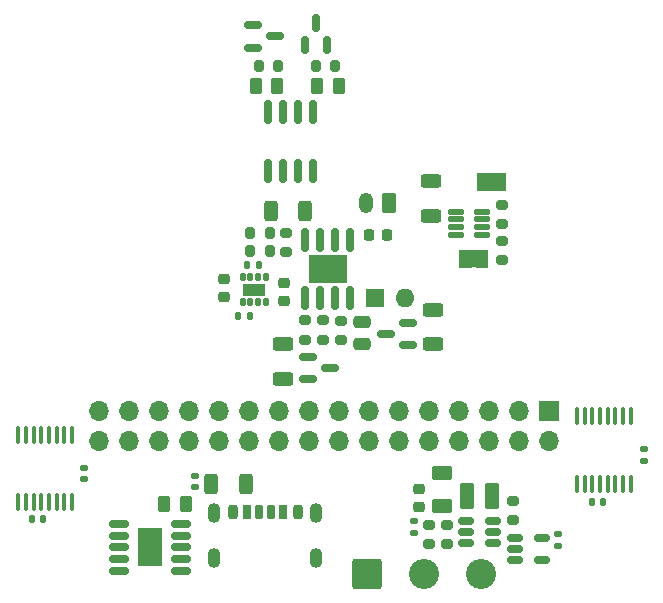
<source format=gbr>
%TF.GenerationSoftware,KiCad,Pcbnew,9.0.0*%
%TF.CreationDate,2025-03-28T07:35:40+02:00*%
%TF.ProjectId,EEE3088F_micro_mouse_power_subsystem,45454533-3038-4384-965f-6d6963726f5f,v0*%
%TF.SameCoordinates,Original*%
%TF.FileFunction,Soldermask,Top*%
%TF.FilePolarity,Negative*%
%FSLAX46Y46*%
G04 Gerber Fmt 4.6, Leading zero omitted, Abs format (unit mm)*
G04 Created by KiCad (PCBNEW 9.0.0) date 2025-03-28 07:35:40*
%MOMM*%
%LPD*%
G01*
G04 APERTURE LIST*
G04 Aperture macros list*
%AMRoundRect*
0 Rectangle with rounded corners*
0 $1 Rounding radius*
0 $2 $3 $4 $5 $6 $7 $8 $9 X,Y pos of 4 corners*
0 Add a 4 corners polygon primitive as box body*
4,1,4,$2,$3,$4,$5,$6,$7,$8,$9,$2,$3,0*
0 Add four circle primitives for the rounded corners*
1,1,$1+$1,$2,$3*
1,1,$1+$1,$4,$5*
1,1,$1+$1,$6,$7*
1,1,$1+$1,$8,$9*
0 Add four rect primitives between the rounded corners*
20,1,$1+$1,$2,$3,$4,$5,0*
20,1,$1+$1,$4,$5,$6,$7,0*
20,1,$1+$1,$6,$7,$8,$9,0*
20,1,$1+$1,$8,$9,$2,$3,0*%
%AMFreePoly0*
4,1,6,1.000000,0.000000,0.500000,-0.750000,-0.500000,-0.750000,-0.500000,0.750000,0.500000,0.750000,1.000000,0.000000,1.000000,0.000000,$1*%
%AMFreePoly1*
4,1,6,0.500000,-0.750000,-0.650000,-0.750000,-0.150000,0.000000,-0.650000,0.750000,0.500000,0.750000,0.500000,-0.750000,0.500000,-0.750000,$1*%
G04 Aperture macros list end*
%ADD10RoundRect,0.225000X0.250000X-0.225000X0.250000X0.225000X-0.250000X0.225000X-0.250000X-0.225000X0*%
%ADD11RoundRect,0.140000X0.170000X-0.140000X0.170000X0.140000X-0.170000X0.140000X-0.170000X-0.140000X0*%
%ADD12RoundRect,0.140000X-0.170000X0.140000X-0.170000X-0.140000X0.170000X-0.140000X0.170000X0.140000X0*%
%ADD13RoundRect,0.250000X0.625000X-0.375000X0.625000X0.375000X-0.625000X0.375000X-0.625000X-0.375000X0*%
%ADD14RoundRect,0.250000X0.375000X0.850000X-0.375000X0.850000X-0.375000X-0.850000X0.375000X-0.850000X0*%
%ADD15RoundRect,0.250000X-0.312500X-0.625000X0.312500X-0.625000X0.312500X0.625000X-0.312500X0.625000X0*%
%ADD16RoundRect,0.250000X0.262500X0.450000X-0.262500X0.450000X-0.262500X-0.450000X0.262500X-0.450000X0*%
%ADD17RoundRect,0.200000X0.275000X-0.200000X0.275000X0.200000X-0.275000X0.200000X-0.275000X-0.200000X0*%
%ADD18RoundRect,0.135000X-0.185000X0.135000X-0.185000X-0.135000X0.185000X-0.135000X0.185000X0.135000X0*%
%ADD19RoundRect,0.200000X-0.275000X0.200000X-0.275000X-0.200000X0.275000X-0.200000X0.275000X0.200000X0*%
%ADD20RoundRect,0.249999X-1.025001X-1.025001X1.025001X-1.025001X1.025001X1.025001X-1.025001X1.025001X0*%
%ADD21C,2.550000*%
%ADD22RoundRect,0.150000X-0.512500X-0.150000X0.512500X-0.150000X0.512500X0.150000X-0.512500X0.150000X0*%
%ADD23R,2.100000X3.300000*%
%ADD24RoundRect,0.150000X-0.687500X-0.150000X0.687500X-0.150000X0.687500X0.150000X-0.687500X0.150000X0*%
%ADD25O,1.100000X1.700000*%
%ADD26RoundRect,0.200000X-0.200000X-0.400000X0.200000X-0.400000X0.200000X0.400000X-0.200000X0.400000X0*%
%ADD27RoundRect,0.190000X-0.190000X-0.410000X0.190000X-0.410000X0.190000X0.410000X-0.190000X0.410000X0*%
%ADD28RoundRect,0.175000X0.175000X0.425000X-0.175000X0.425000X-0.175000X-0.425000X0.175000X-0.425000X0*%
%ADD29RoundRect,0.200000X0.200000X0.400000X-0.200000X0.400000X-0.200000X-0.400000X0.200000X-0.400000X0*%
%ADD30RoundRect,0.190000X0.190000X0.410000X-0.190000X0.410000X-0.190000X-0.410000X0.190000X-0.410000X0*%
%ADD31RoundRect,0.175000X-0.175000X-0.425000X0.175000X-0.425000X0.175000X0.425000X-0.175000X0.425000X0*%
%ADD32R,1.900000X1.100000*%
%ADD33RoundRect,0.125000X0.125000X-0.187500X0.125000X0.187500X-0.125000X0.187500X-0.125000X-0.187500X0*%
%ADD34R,1.600000X1.600000*%
%ADD35O,1.600000X1.600000*%
%ADD36R,1.700000X1.700000*%
%ADD37O,1.700000X1.700000*%
%ADD38RoundRect,0.150000X0.150000X-0.825000X0.150000X0.825000X-0.150000X0.825000X-0.150000X-0.825000X0*%
%ADD39R,3.300000X2.410000*%
%ADD40RoundRect,0.100000X-0.100000X0.637500X-0.100000X-0.637500X0.100000X-0.637500X0.100000X0.637500X0*%
%ADD41RoundRect,0.125000X-0.537500X-0.125000X0.537500X-0.125000X0.537500X0.125000X-0.537500X0.125000X0*%
%ADD42RoundRect,0.250000X-0.625000X0.312500X-0.625000X-0.312500X0.625000X-0.312500X0.625000X0.312500X0*%
%ADD43RoundRect,0.250000X0.312500X0.625000X-0.312500X0.625000X-0.312500X-0.625000X0.312500X-0.625000X0*%
%ADD44RoundRect,0.200000X-0.200000X-0.275000X0.200000X-0.275000X0.200000X0.275000X-0.200000X0.275000X0*%
%ADD45RoundRect,0.200000X0.200000X0.275000X-0.200000X0.275000X-0.200000X-0.275000X0.200000X-0.275000X0*%
%ADD46RoundRect,0.250000X-0.262500X-0.450000X0.262500X-0.450000X0.262500X0.450000X-0.262500X0.450000X0*%
%ADD47RoundRect,0.135000X0.135000X0.185000X-0.135000X0.185000X-0.135000X-0.185000X0.135000X-0.185000X0*%
%ADD48RoundRect,0.150000X-0.587500X-0.150000X0.587500X-0.150000X0.587500X0.150000X-0.587500X0.150000X0*%
%ADD49RoundRect,0.150000X0.150000X-0.587500X0.150000X0.587500X-0.150000X0.587500X-0.150000X-0.587500X0*%
%ADD50RoundRect,0.150000X0.587500X0.150000X-0.587500X0.150000X-0.587500X-0.150000X0.587500X-0.150000X0*%
%ADD51FreePoly0,180.000000*%
%ADD52FreePoly1,180.000000*%
%ADD53RoundRect,0.250000X0.350000X0.625000X-0.350000X0.625000X-0.350000X-0.625000X0.350000X-0.625000X0*%
%ADD54O,1.200000X1.750000*%
%ADD55RoundRect,0.250000X0.475000X-0.250000X0.475000X0.250000X-0.475000X0.250000X-0.475000X-0.250000X0*%
%ADD56RoundRect,0.225000X-0.225000X-0.250000X0.225000X-0.250000X0.225000X0.250000X-0.225000X0.250000X0*%
%ADD57RoundRect,0.225000X-0.250000X0.225000X-0.250000X-0.225000X0.250000X-0.225000X0.250000X0.225000X0*%
%ADD58RoundRect,0.140000X-0.140000X-0.170000X0.140000X-0.170000X0.140000X0.170000X-0.140000X0.170000X0*%
G04 APERTURE END LIST*
%TO.C,JP2*%
G36*
X161200000Y-122875000D02*
G01*
X158750000Y-122875000D01*
X158750000Y-121375000D01*
X161200000Y-121375000D01*
X161200000Y-122875000D01*
G37*
%TO.C,JP1*%
G36*
X162750000Y-116375000D02*
G01*
X160300000Y-116375000D01*
X160300000Y-114875000D01*
X162750000Y-114875000D01*
X162750000Y-116375000D01*
G37*
%TD*%
D10*
%TO.C,C13*%
X155400000Y-143200000D03*
X155400000Y-141650000D03*
%TD*%
D11*
%TO.C,C6*%
X136432500Y-140520000D03*
X136432500Y-141480000D03*
%TD*%
D12*
%TO.C,C12*%
X167162500Y-145490000D03*
X167162500Y-146450000D03*
%TD*%
D13*
%TO.C,D2*%
X157300000Y-143100000D03*
X157300000Y-140300000D03*
%TD*%
D14*
%TO.C,L1*%
X161575000Y-142200000D03*
X159425000Y-142200000D03*
%TD*%
D15*
%TO.C,R4*%
X140695000Y-141180000D03*
X137770000Y-141180000D03*
%TD*%
D16*
%TO.C,R5*%
X133787500Y-142880000D03*
X135612500Y-142880000D03*
%TD*%
D17*
%TO.C,R12*%
X163300000Y-144300000D03*
X163300000Y-142650000D03*
%TD*%
D18*
%TO.C,R15*%
X154962500Y-144330000D03*
X154962500Y-145350000D03*
%TD*%
D19*
%TO.C,R13*%
X157700000Y-144650000D03*
X157700000Y-146300000D03*
%TD*%
D20*
%TO.C,SW2*%
X151000000Y-148800000D03*
D21*
X155800000Y-148800000D03*
X160600000Y-148800000D03*
%TD*%
D17*
%TO.C,R14*%
X156200000Y-146300000D03*
X156200000Y-144650000D03*
%TD*%
D22*
%TO.C,U9*%
X159362500Y-144350000D03*
X159362500Y-145300000D03*
X159362500Y-146250000D03*
X161637500Y-146250000D03*
X161637500Y-145300000D03*
X161637500Y-144350000D03*
%TD*%
D23*
%TO.C,U5*%
X132595000Y-146580000D03*
D24*
X135232500Y-144580000D03*
X135232500Y-145580000D03*
X135232500Y-146580000D03*
X135232500Y-147580000D03*
X135232500Y-148580000D03*
X129957500Y-148580000D03*
X129957500Y-147580000D03*
X129957500Y-146580000D03*
X129957500Y-145580000D03*
X129957500Y-144580000D03*
%TD*%
D22*
%TO.C,U8*%
X163462500Y-145750000D03*
X163462500Y-146700000D03*
X163462500Y-147650000D03*
X165737500Y-147650000D03*
X165737500Y-145750000D03*
%TD*%
D25*
%TO.C,J3*%
X146670000Y-147480000D03*
X146670000Y-143680000D03*
X138030000Y-147480000D03*
X138030000Y-143680000D03*
D26*
X139600000Y-143600000D03*
D27*
X140830000Y-143600000D03*
D28*
X142850000Y-143600000D03*
D29*
X145100000Y-143600000D03*
D30*
X143870000Y-143600000D03*
D31*
X141850000Y-143600000D03*
%TD*%
D32*
%TO.C,U6*%
X141407500Y-124775000D03*
D33*
X140432500Y-123712500D03*
X141082500Y-123712500D03*
X141732500Y-123712500D03*
X142382500Y-123712500D03*
X142382500Y-125837500D03*
X141732500Y-125837500D03*
X141082500Y-125837500D03*
X140432500Y-125837500D03*
%TD*%
D34*
%TO.C,D1*%
X151637500Y-125500000D03*
D35*
X154177500Y-125500000D03*
%TD*%
D36*
%TO.C,J1*%
X166400000Y-135000000D03*
D37*
X166400000Y-137540000D03*
X163860000Y-135000000D03*
X163860000Y-137540000D03*
X161320000Y-135000000D03*
X161320000Y-137540000D03*
X158780000Y-135000000D03*
X158780000Y-137540000D03*
X156240000Y-135000000D03*
X156240000Y-137540000D03*
X153700000Y-135000000D03*
X153700000Y-137540000D03*
X151160000Y-135000000D03*
X151160000Y-137540000D03*
X148620000Y-135000000D03*
X148620000Y-137540000D03*
X146080000Y-135000000D03*
X146080000Y-137540000D03*
X143540000Y-135000000D03*
X143540000Y-137540000D03*
X141000000Y-135000000D03*
X141000000Y-137540000D03*
X138460000Y-135000000D03*
X138460000Y-137540000D03*
X135920000Y-135000000D03*
X135920000Y-137540000D03*
X133380000Y-135000000D03*
X133380000Y-137540000D03*
X130840000Y-135000000D03*
X130840000Y-137540000D03*
X128300000Y-135000000D03*
X128300000Y-137540000D03*
%TD*%
D38*
%TO.C,U7*%
X145732500Y-125475000D03*
X147002500Y-125475000D03*
X148272500Y-125475000D03*
X149542500Y-125475000D03*
X149542500Y-120525000D03*
X148272500Y-120525000D03*
X147002500Y-120525000D03*
X145732500Y-120525000D03*
D39*
X147637500Y-123000000D03*
%TD*%
D38*
%TO.C,U4*%
X142560000Y-114700000D03*
X143830000Y-114700000D03*
X145100000Y-114700000D03*
X146370000Y-114700000D03*
X146370000Y-109750000D03*
X145100000Y-109750000D03*
X143830000Y-109750000D03*
X142560000Y-109750000D03*
%TD*%
D40*
%TO.C,U3*%
X173275000Y-135475000D03*
X172625000Y-135475000D03*
X171975000Y-135475000D03*
X171325000Y-135475000D03*
X170675000Y-135475000D03*
X170025000Y-135475000D03*
X169375000Y-135475000D03*
X168725000Y-135475000D03*
X168725000Y-141200000D03*
X169375000Y-141200000D03*
X170025000Y-141200000D03*
X170675000Y-141200000D03*
X171325000Y-141200000D03*
X171975000Y-141200000D03*
X172625000Y-141200000D03*
X173275000Y-141200000D03*
%TD*%
%TO.C,U2*%
X125975000Y-137025000D03*
X125325000Y-137025000D03*
X124675000Y-137025000D03*
X124025000Y-137025000D03*
X123375000Y-137025000D03*
X122725000Y-137025000D03*
X122075000Y-137025000D03*
X121425000Y-137025000D03*
X121425000Y-142750000D03*
X122075000Y-142750000D03*
X122725000Y-142750000D03*
X123375000Y-142750000D03*
X124025000Y-142750000D03*
X124675000Y-142750000D03*
X125325000Y-142750000D03*
X125975000Y-142750000D03*
%TD*%
D41*
%TO.C,U1*%
X158462500Y-118150000D03*
X158462500Y-118800000D03*
X158462500Y-119450000D03*
X158462500Y-120100000D03*
X160737500Y-120100000D03*
X160737500Y-119450000D03*
X160737500Y-118800000D03*
X160737500Y-118150000D03*
%TD*%
D42*
%TO.C,R23*%
X143837500Y-129375000D03*
X143837500Y-132300000D03*
%TD*%
D43*
%TO.C,R22*%
X145737500Y-118100000D03*
X142812500Y-118100000D03*
%TD*%
D16*
%TO.C,R21*%
X143365000Y-107525000D03*
X141540000Y-107525000D03*
%TD*%
D44*
%TO.C,R20*%
X141087500Y-121475000D03*
X142737500Y-121475000D03*
%TD*%
D45*
%TO.C,R19*%
X142737500Y-119975000D03*
X141087500Y-119975000D03*
%TD*%
D44*
%TO.C,R18*%
X146615000Y-105825000D03*
X148265000Y-105825000D03*
%TD*%
D46*
%TO.C,R17*%
X146740000Y-107525000D03*
X148565000Y-107525000D03*
%TD*%
D42*
%TO.C,R16*%
X156537500Y-126475000D03*
X156537500Y-129400000D03*
%TD*%
D19*
%TO.C,R11*%
X148737500Y-127400000D03*
X148737500Y-129050000D03*
%TD*%
%TO.C,R10*%
X147237500Y-127350000D03*
X147237500Y-129000000D03*
%TD*%
%TO.C,R9*%
X145737500Y-127350000D03*
X145737500Y-129000000D03*
%TD*%
D45*
%TO.C,R8*%
X143465000Y-105825000D03*
X141815000Y-105825000D03*
%TD*%
D47*
%TO.C,R7*%
X141847500Y-122675000D03*
X140827500Y-122675000D03*
%TD*%
D17*
%TO.C,R6*%
X144137500Y-121600000D03*
X144137500Y-119950000D03*
%TD*%
D19*
%TO.C,R3*%
X162400000Y-120625000D03*
X162400000Y-122275000D03*
%TD*%
%TO.C,R2*%
X162400000Y-117575000D03*
X162400000Y-119225000D03*
%TD*%
D42*
%TO.C,R1*%
X156400000Y-115562500D03*
X156400000Y-118487500D03*
%TD*%
D48*
%TO.C,Q4*%
X145962500Y-130450000D03*
X145962500Y-132350000D03*
X147837500Y-131400000D03*
%TD*%
D49*
%TO.C,Q3*%
X145715000Y-104062500D03*
X147615000Y-104062500D03*
X146665000Y-102187500D03*
%TD*%
D48*
%TO.C,Q2*%
X141290000Y-102375000D03*
X141290000Y-104275000D03*
X143165000Y-103325000D03*
%TD*%
D50*
%TO.C,Q1*%
X154412500Y-129450000D03*
X154412500Y-127550000D03*
X152537500Y-128500000D03*
%TD*%
D51*
%TO.C,JP2*%
X160700000Y-122125000D03*
D52*
X159250000Y-122125000D03*
%TD*%
D51*
%TO.C,JP1*%
X162250000Y-115625000D03*
D52*
X160800000Y-115625000D03*
%TD*%
D53*
%TO.C,J2*%
X152837500Y-117450000D03*
D54*
X150837500Y-117450000D03*
%TD*%
D55*
%TO.C,C11*%
X150537500Y-129400000D03*
X150537500Y-127500000D03*
%TD*%
D56*
%TO.C,C10*%
X151087500Y-120100000D03*
X152637500Y-120100000D03*
%TD*%
D57*
%TO.C,C9*%
X138837500Y-123875000D03*
X138837500Y-125425000D03*
%TD*%
D10*
%TO.C,C8*%
X143937500Y-125750000D03*
X143937500Y-124200000D03*
%TD*%
D58*
%TO.C,C7*%
X140077500Y-126975000D03*
X141037500Y-126975000D03*
%TD*%
D12*
%TO.C,C4*%
X174400000Y-138290000D03*
X174400000Y-139250000D03*
%TD*%
D58*
%TO.C,C3*%
X170020000Y-142700000D03*
X170980000Y-142700000D03*
%TD*%
%TO.C,C2*%
X122600000Y-144200000D03*
X123560000Y-144200000D03*
%TD*%
D12*
%TO.C,C1*%
X127000000Y-139820000D03*
X127000000Y-140780000D03*
%TD*%
M02*

</source>
